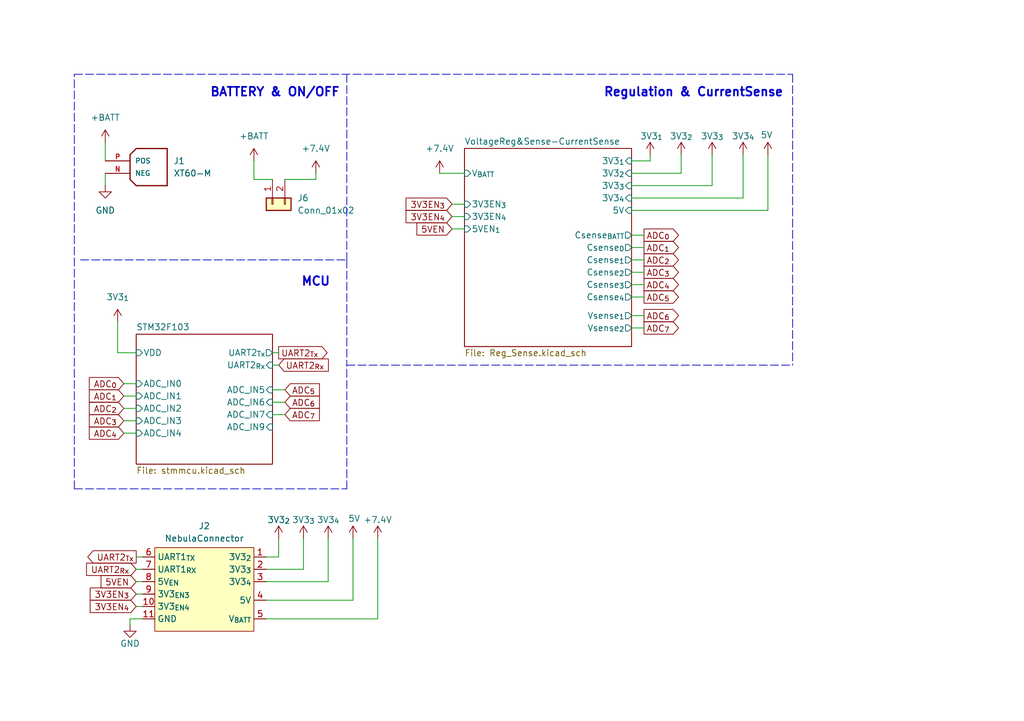
<source format=kicad_sch>
(kicad_sch (version 20250114) (generator "eeschema") (generator_version "9.0")
  (paper "A5")
  (lib_symbols
    (symbol "CompVuelo:GeneralConn"
      (property "Reference" "J" (at -9.652 10.668 0))
      (property "Value" "NebulaConnector" (at -2.032 8.382 0))
      (symbol "GeneralConn_1_1"
        (rectangle (start -10.16 6.985) (end 10.16 -10.16) (fill (type background)))
        (pin bidirectional line (at -12.7 5.08 0) (length 2.54) (name "UART1_{TX}") (number "6"))
        (pin bidirectional line (at -12.7 2.54 0) (length 2.54) (name "UART1_{RX}") (number "7"))
        (pin bidirectional line (at -12.7 0 0) (length 2.54) (name "5V_{EN}") (number "8"))
        (pin bidirectional line (at -12.7 -2.54 0) (length 2.54) (name "3V3_{EN3}") (number "9"))
        (pin bidirectional line (at -12.7 -5.08 0) (length 2.54) (name "3V3_{EN4}") (number "10"))
        (pin passive line (at -12.7 -7.62 0) (length 2.54) (name "GND") (number "11"))
        (pin bidirectional line (at 12.7 5.08 180) (length 2.54) (name "3V3_{2}") (number "1"))
        (pin bidirectional line (at 12.7 2.54 180) (length 2.54) (name "3V3_{3}") (number "2"))
        (pin bidirectional line (at 12.7 0 180) (length 2.54) (name "3V3_{4}") (number "3"))
        (pin bidirectional line (at 12.7 -3.81 180) (length 2.54) (name "5V") (number "4"))
        (pin power_in line (at 12.7 -7.62 180) (length 2.54) (name "V_{BATT}") (number "5"))
      )
    )
    (symbol "CompVuelo:XT60-M" (pin_names (offset 1.016))
      (property "Reference" "J" (at 0 6.35 0))
      (property "Value" "XT60-M" (at 0 -5.08 0))
      (symbol "XT60-M_0_0"
        (polyline (pts (xy 0 3.81) (xy 0 2.54)) (stroke (width 0.254)))
        (polyline (pts (xy 0 3.81) (xy 1.27 5.08)) (stroke (width 0.254)))
        (polyline (pts (xy 0 2.54) (xy 0 -1.27)) (stroke (width 0.254)))
        (polyline (pts (xy 0 -1.27) (xy 1.27 -2.54)) (stroke (width 0.254)))
        (polyline (pts (xy 1.27 -2.54) (xy 7.62 -2.54)) (stroke (width 0.254)))
        (polyline (pts (xy 7.62 5.08) (xy 1.27 5.08)) (stroke (width 0.254)))
        (polyline (pts (xy 7.62 -2.54) (xy 7.62 5.08)) (stroke (width 0.254)))
        (pin passive line (at -5.08 2.54 0) (length 5.08) (name "POS") (number "P"))
        (pin passive line (at -5.08 0 0) (length 5.08) (name "NEG") (number "N"))
      )
    )
    (symbol "Connector_Generic:Conn_01x02" (pin_names (offset 1.016) (hide yes))
      (property "Reference" "J" (at 0 2.54 0))
      (property "Value" "Conn_01x02" (at 0 -5.08 0))
      (symbol "Conn_01x02_1_1"
        (rectangle (start -1.27 1.27) (end 1.27 -3.81) (stroke (width 0.254)) (fill (type background)))
        (rectangle (start -1.27 0.127) (end 0 -0.127) (stroke (width 0.1524)))
        (rectangle (start -1.27 -2.413) (end 0 -2.667) (stroke (width 0.1524)))
        (pin passive line (at -5.08 0 0) (length 3.81) (name "Pin_1") (number "1"))
        (pin passive line (at -5.08 -2.54 0) (length 3.81) (name "Pin_2") (number "2"))
      )
    )
    (symbol "power:+5V" (power) (pin_numbers (hide yes)) (pin_names (offset 0) (hide yes))
      (property "Value" "+5V" (at 0 3.556 0))
      (symbol "+5V_0_1"
        (polyline (pts (xy -0.762 1.27) (xy 0 2.54)))
        (polyline (pts (xy 0 2.54) (xy 0.762 1.27)))
        (polyline (pts (xy 0 0) (xy 0 2.54)))
      )
      (symbol "+5V_1_1"
        (pin power_in line (at 0 0 90) (length 0) (name "~") (number "1"))
      )
    )
    (symbol "power:+7.5V" (power) (pin_numbers (hide yes)) (pin_names (offset 0) (hide yes))
      (property "Value" "+7.5V" (at 0 3.556 0))
      (symbol "+7.5V_0_1"
        (polyline (pts (xy -0.762 1.27) (xy 0 2.54)))
        (polyline (pts (xy 0 2.54) (xy 0.762 1.27)))
        (polyline (pts (xy 0 0) (xy 0 2.54)))
      )
      (symbol "+7.5V_1_1"
        (pin power_in line (at 0 0 90) (length 0) (name "~") (number "1"))
      )
    )
    (symbol "power:+BATT" (power) (pin_numbers (hide yes)) (pin_names (offset 0) (hide yes))
      (property "Value" "+BATT" (at 0 3.556 0))
      (symbol "+BATT_0_1"
        (polyline (pts (xy -0.762 1.27) (xy 0 2.54)))
        (polyline (pts (xy 0 2.54) (xy 0.762 1.27)))
        (polyline (pts (xy 0 0) (xy 0 2.54)))
      )
      (symbol "+BATT_1_1"
        (pin power_in line (at 0 0 90) (length 0) (name "~") (number "1"))
      )
    )
    (symbol "power:GND" (power) (pin_numbers (hide yes)) (pin_names (offset 0) (hide yes))
      (property "Value" "GND" (at 0 -3.81 0))
      (symbol "GND_0_1"
        (polyline (pts (xy 0 0) (xy 0 -1.27) (xy 1.27 -1.27) (xy 0 -2.54) (xy -1.27 -1.27) (xy 0 -1.27)))
      )
      (symbol "GND_1_1"
        (pin power_in line (at 0 0 270) (length 0) (name "~") (number "1"))
      )
    )
  )
  (text "MCU\n" (at 64.77 57.912 0) (effects (font (size 1.778 1.778) (thickness 0.3556) (bold yes))))
  (text "Regulation & CurrentSense" (at 142.24 19.05 0) (effects (font (size 1.778 1.778) (thickness 0.3556) (bold yes))))
  (text "BATTERY & ON/OFF" (at 56.388 19.05 0) (effects (font (size 1.778 1.778) (thickness 0.3556) (bold yes))))
  (polyline (pts (xy 16.51 53.34) (xy 71.12 53.34)) (stroke (width 0) (type dash)))
  (wire (pts (xy 26.67 127) (xy 29.21 127)))
  (wire (pts (xy 54.61 123.19) (xy 72.39 123.19)))
  (polyline (pts (xy 15.24 100.33) (xy 15.24 15.24)) (stroke (width 0) (type dash)))
  (wire (pts (xy 21.59 29.21) (xy 21.59 33.02)))
  (wire (pts (xy 132.08 67.31) (xy 129.54 67.31)))
  (wire (pts (xy 52.07 36.83) (xy 55.88 36.83)))
  (polyline (pts (xy 71.12 100.33) (xy 71.12 74.93)) (stroke (width 0) (type dash)))
  (wire (pts (xy 24.13 72.39) (xy 24.13 66.04)))
  (wire (pts (xy 57.15 74.93) (xy 55.88 74.93)))
  (wire (pts (xy 132.08 58.42) (xy 129.54 58.42)))
  (wire (pts (xy 132.08 48.26) (xy 129.54 48.26)))
  (wire (pts (xy 129.54 35.56) (xy 139.7 35.56)))
  (wire (pts (xy 129.54 43.18) (xy 157.48 43.18)))
  (wire (pts (xy 58.42 85.09) (xy 55.88 85.09)))
  (wire (pts (xy 77.47 110.49) (xy 77.47 127)))
  (wire (pts (xy 92.71 41.91) (xy 95.25 41.91)))
  (wire (pts (xy 67.31 119.38) (xy 67.31 110.49)))
  (wire (pts (xy 58.42 80.01) (xy 55.88 80.01)))
  (wire (pts (xy 54.61 119.38) (xy 67.31 119.38)))
  (wire (pts (xy 25.4 88.9) (xy 27.94 88.9)))
  (wire (pts (xy 132.08 55.88) (xy 129.54 55.88)))
  (polyline (pts (xy 71.12 74.93) (xy 162.56 74.93)) (stroke (width 0) (type dash)))
  (wire (pts (xy 52.07 33.02) (xy 52.07 36.83)))
  (wire (pts (xy 58.42 36.83) (xy 64.77 36.83)))
  (wire (pts (xy 64.77 35.56) (xy 64.77 36.83)))
  (wire (pts (xy 129.54 40.64) (xy 152.4 40.64)))
  (wire (pts (xy 133.35 33.02) (xy 133.35 31.75)))
  (wire (pts (xy 129.54 38.1) (xy 146.05 38.1)))
  (wire (pts (xy 132.08 53.34) (xy 129.54 53.34)))
  (wire (pts (xy 54.61 116.84) (xy 62.23 116.84)))
  (wire (pts (xy 25.4 81.28) (xy 27.94 81.28)))
  (wire (pts (xy 72.39 110.49) (xy 72.39 123.19)))
  (wire (pts (xy 57.15 110.49) (xy 57.15 114.3)))
  (wire (pts (xy 27.94 116.84) (xy 29.21 116.84)))
  (wire (pts (xy 77.47 127) (xy 54.61 127)))
  (wire (pts (xy 146.05 38.1) (xy 146.05 31.75)))
  (wire (pts (xy 27.94 124.46) (xy 29.21 124.46)))
  (wire (pts (xy 57.15 72.39) (xy 55.88 72.39)))
  (wire (pts (xy 132.08 60.96) (xy 129.54 60.96)))
  (wire (pts (xy 25.4 78.74) (xy 27.94 78.74)))
  (wire (pts (xy 92.71 44.45) (xy 95.25 44.45)))
  (wire (pts (xy 27.94 121.92) (xy 29.21 121.92)))
  (wire (pts (xy 152.4 40.64) (xy 152.4 31.75)))
  (polyline (pts (xy 15.24 100.33) (xy 71.12 100.33)) (stroke (width 0) (type dash)))
  (wire (pts (xy 157.48 43.18) (xy 157.48 31.75)))
  (wire (pts (xy 57.15 114.3) (xy 54.61 114.3)))
  (wire (pts (xy 25.4 83.82) (xy 27.94 83.82)))
  (wire (pts (xy 58.42 82.55) (xy 55.88 82.55)))
  (wire (pts (xy 132.08 64.77) (xy 129.54 64.77)))
  (polyline (pts (xy 71.12 15.24) (xy 71.12 53.34)) (stroke (width 0) (type dash)))
  (wire (pts (xy 139.7 35.56) (xy 139.7 31.75)))
  (wire (pts (xy 25.4 86.36) (xy 27.94 86.36)))
  (wire (pts (xy 26.67 128.27) (xy 26.67 127)))
  (wire (pts (xy 27.94 119.38) (xy 29.21 119.38)))
  (polyline (pts (xy 71.12 53.34) (xy 71.12 74.93)) (stroke (width 0) (type dash)))
  (polyline (pts (xy 12.7 166.37) (xy 222.25 166.37)) (stroke (width 0.381) (type dash)))
  (wire (pts (xy 24.13 72.39) (xy 27.94 72.39)))
  (polyline (pts (xy 15.24 15.24) (xy 162.56 15.24)) (stroke (width 0) (type dash)))
  (polyline (pts (xy 162.56 15.24) (xy 162.56 74.93)) (stroke (width 0) (type dash)))
  (wire (pts (xy 27.94 114.3) (xy 29.21 114.3)))
  (wire (pts (xy 92.71 46.99) (xy 95.25 46.99)))
  (wire (pts (xy 90.17 35.56) (xy 95.25 35.56)))
  (wire (pts (xy 62.23 110.49) (xy 62.23 116.84)))
  (wire (pts (xy 21.59 35.56) (xy 21.59 38.1)))
  (wire (pts (xy 132.08 50.8) (xy 129.54 50.8)))
  (wire (pts (xy 129.54 33.02) (xy 133.35 33.02)))
  (global_label "UART2_{Tx}" (shape output) (at 27.94 114.3 180) (property "Intersheetrefs" "${INTERSHEET_REFS}" (effects (hide yes))))
  (global_label "UART2_{Rx}" (shape input) (at 57.15 74.93 0) (property "Intersheetrefs" "${INTERSHEET_REFS}" (effects (hide yes))))
  (global_label "3V3EN_{4}" (shape input) (at 92.71 44.45 180) (property "Intersheetrefs" "${INTERSHEET_REFS}" (effects (hide yes))))
  (global_label "ADC_{5}" (shape output) (at 132.08 60.96 0) (property "Intersheetrefs" "${INTERSHEET_REFS}" (effects (hide yes))))
  (global_label "ADC_{4}" (shape input) (at 25.4 88.9 180) (property "Intersheetrefs" "${INTERSHEET_REFS}" (effects (hide yes))))
  (global_label "ADC_{3}" (shape input) (at 25.4 86.36 180) (property "Intersheetrefs" "${INTERSHEET_REFS}" (effects (hide yes))))
  (global_label "ADC_{6}" (shape input) (at 58.42 82.55 0) (property "Intersheetrefs" "${INTERSHEET_REFS}" (effects (hide yes))))
  (global_label "ADC_{1}" (shape input) (at 25.4 81.28 180) (property "Intersheetrefs" "${INTERSHEET_REFS}" (effects (hide yes))))
  (global_label "UART2_{Rx}" (shape input) (at 27.94 116.84 180) (property "Intersheetrefs" "${INTERSHEET_REFS}" (effects (hide yes))))
  (global_label "ADC_{1}" (shape output) (at 132.08 50.8 0) (property "Intersheetrefs" "${INTERSHEET_REFS}" (effects (hide yes))))
  (global_label "ADC_{5}" (shape input) (at 58.42 80.01 0) (property "Intersheetrefs" "${INTERSHEET_REFS}" (effects (hide yes))))
  (global_label "UART2_{Tx}" (shape output) (at 57.15 72.39 0) (property "Intersheetrefs" "${INTERSHEET_REFS}" (effects (hide yes))))
  (global_label "ADC_{3}" (shape output) (at 132.08 55.88 0) (property "Intersheetrefs" "${INTERSHEET_REFS}" (effects (hide yes))))
  (global_label "ADC_{6}" (shape output) (at 132.08 64.77 0) (property "Intersheetrefs" "${INTERSHEET_REFS}" (effects (hide yes))))
  (global_label "ADC_{7}" (shape output) (at 132.08 67.31 0) (property "Intersheetrefs" "${INTERSHEET_REFS}" (effects (hide yes))))
  (global_label "ADC_{7}" (shape input) (at 58.42 85.09 0) (property "Intersheetrefs" "${INTERSHEET_REFS}" (effects (hide yes))))
  (global_label "3V3EN_{3}" (shape input) (at 92.71 41.91 180) (property "Intersheetrefs" "${INTERSHEET_REFS}" (effects (hide yes))))
  (global_label "5VEN" (shape input) (at 92.71 46.99 180) (property "Intersheetrefs" "${INTERSHEET_REFS}" (effects (hide yes))))
  (global_label "ADC_{0}" (shape output) (at 132.08 48.26 0) (property "Intersheetrefs" "${INTERSHEET_REFS}" (effects (hide yes))))
  (global_label "3V3EN_{3}" (shape input) (at 27.94 121.92 180) (property "Intersheetrefs" "${INTERSHEET_REFS}" (effects (hide yes))))
  (global_label "ADC_{4}" (shape output) (at 132.08 58.42 0) (property "Intersheetrefs" "${INTERSHEET_REFS}" (effects (hide yes))))
  (global_label "5VEN" (shape input) (at 27.94 119.38 180) (property "Intersheetrefs" "${INTERSHEET_REFS}" (effects (hide yes))))
  (global_label "ADC_{2}" (shape input) (at 25.4 83.82 180) (property "Intersheetrefs" "${INTERSHEET_REFS}" (effects (hide yes))))
  (global_label "ADC_{2}" (shape output) (at 132.08 53.34 0) (property "Intersheetrefs" "${INTERSHEET_REFS}" (effects (hide yes))))
  (global_label "ADC_{0}" (shape input) (at 25.4 78.74 180) (property "Intersheetrefs" "${INTERSHEET_REFS}" (effects (hide yes))))
  (global_label "3V3EN_{4}" (shape input) (at 27.94 124.46 180) (property "Intersheetrefs" "${INTERSHEET_REFS}" (effects (hide yes))))
  (symbol (lib_id "power:+7.5V") (at 24.13 66.04 0) (unit 1)
    (property "Reference" "#PWR01" (effects (hide yes)))
    (property "Value" "3V3_{1}" (at 24.13 60.96 0))
    (property "Description" "Power symbol creates a global label with name \"+7.5V\"" (effects (hide yes)))
  )
  (symbol (lib_id "power:GND") (at 26.67 128.27 0) (unit 1)
    (property "Reference" "#PWR02" (effects (hide yes)))
    (property "Value" "GND" (at 26.67 132.08 0))
    (property "Description" "Power symbol creates a global label with name \"GND\" , ground" (effects (hide yes)))
  )
  (symbol (lib_id "power:+7.5V") (at 57.15 110.49 0) (mirror y) (unit 1)
    (property "Reference" "#PWR06" (effects (hide yes)))
    (property "Value" "3V3_{2}" (at 57.15 106.68 0))
    (property "Description" "Power symbol creates a global label with name \"+7.5V\"" (effects (hide yes)))
  )
  (symbol (lib_id "power:+7.5V") (at 90.17 35.56 0) (unit 1)
    (property "Reference" "#PWR012" (effects (hide yes)))
    (property "Value" "+7.4V" (at 90.17 30.48 0))
    (property "Description" "Power symbol creates a global label with name \"+7.5V\"" (effects (hide yes)))
  )
  (symbol (lib_id "power:+7.5V") (at 139.7 31.75 0) (unit 1)
    (property "Reference" "#PWR014" (effects (hide yes)))
    (property "Value" "3V3_{2}" (at 139.7 27.94 0))
    (property "Description" "Power symbol creates a global label with name \"+7.5V\"" (effects (hide yes)))
  )
  (symbol (lib_id "power:+7.5V") (at 62.23 110.49 0) (mirror y) (unit 1)
    (property "Reference" "#PWR07" (effects (hide yes)))
    (property "Value" "3V3_{3}" (at 62.23 106.68 0))
    (property "Description" "Power symbol creates a global label with name \"+7.5V\"" (effects (hide yes)))
  )
  (symbol (lib_id "CompVuelo:XT60-M") (at 26.67 35.56 0) (unit 1)
    (property "Reference" "J1" (at 35.56 33.0199 0) (effects (justify left)))
    (property "Value" "XT60-M" (at 35.56 35.5599 0) (effects (justify left)))
    (property "Footprint" "CompVuelo:AMASS_XT60-M" (effects (hide yes)))
  )
  (symbol (lib_id "power:+7.5V") (at 152.4 31.75 0) (unit 1)
    (property "Reference" "#PWR016" (effects (hide yes)))
    (property "Value" "3V3_{4}" (at 152.4 27.94 0))
    (property "Description" "Power symbol creates a global label with name \"+7.5V\"" (effects (hide yes)))
  )
  (symbol (lib_id "power:+7.5V") (at 77.47 110.49 0) (unit 1)
    (property "Reference" "#PWR011" (effects (hide yes)))
    (property "Value" "+7.4V" (at 77.47 106.68 0))
    (property "Description" "Power symbol creates a global label with name \"+7.5V\"" (effects (hide yes)))
  )
  (symbol (lib_id "power:+7.5V") (at 146.05 31.75 0) (unit 1)
    (property "Reference" "#PWR015" (effects (hide yes)))
    (property "Value" "3V3_{3}" (at 146.05 27.94 0))
    (property "Description" "Power symbol creates a global label with name \"+7.5V\"" (effects (hide yes)))
  )
  (symbol (lib_id "power:+7.5V") (at 133.35 31.75 0) (unit 1)
    (property "Reference" "#PWR013" (effects (hide yes)))
    (property "Value" "3V3_{1}" (at 133.604 27.94 0))
    (property "Description" "Power symbol creates a global label with name \"+7.5V\"" (effects (hide yes)))
  )
  (symbol (lib_id "Connector_Generic:Conn_01x02") (at 55.88 41.91 90) (mirror x) (unit 1)
    (property "Reference" "J6" (at 60.96 40.6399 90) (effects (justify right)))
    (property "Value" "Conn_01x02" (at 60.96 43.1799 90) (effects (justify right)))
    (property "Description" "Generic connector, single row, 01x02, script generated (kicad-library-utils/schlib/autogen/connector/)" (effects (hide yes)))
  )
  (symbol (lib_id "power:+BATT") (at 21.59 29.21 0) (unit 1)
    (property "Reference" "#PWR03" (effects (hide yes)))
    (property "Value" "+BATT" (at 21.59 24.13 0))
    (property "Description" "Power symbol creates a global label with name \"+BATT\"" (effects (hide yes)))
  )
  (symbol (lib_id "power:GND") (at 21.59 38.1 0) (unit 1)
    (property "Reference" "#PWR04" (effects (hide yes)))
    (property "Value" "GND" (at 21.59 43.18 0))
    (property "Description" "Power symbol creates a global label with name \"GND\" , ground" (effects (hide yes)))
  )
  (symbol (lib_id "power:+5V") (at 157.48 31.75 0) (unit 1)
    (property "Reference" "#PWR017" (effects (hide yes)))
    (property "Value" "5V" (at 157.226 27.686 0))
    (property "Description" "Power symbol creates a global label with name \"+5V\"" (effects (hide yes)))
  )
  (symbol (lib_id "CompVuelo:GeneralConn") (at 41.91 119.38 0) (unit 1)
    (property "Reference" "J2" (at 41.91 107.95 0))
    (property "Value" "NebulaConnector" (at 41.91 110.49 0))
    (property "Footprint" "CompVuelo:GeneralConn" (effects (hide yes)))
    (property "Description" "GeneralConnector for CompVueloNebula" (effects (hide yes)))
  )
  (symbol (lib_id "power:+7.5V") (at 67.31 110.49 0) (mirror y) (unit 1)
    (property "Reference" "#PWR09" (effects (hide yes)))
    (property "Value" "3V3_{4}" (at 67.31 106.68 0))
    (property "Description" "Power symbol creates a global label with name \"+7.5V\"" (effects (hide yes)))
  )
  (symbol (lib_id "power:+7.5V") (at 64.77 35.56 0) (unit 1)
    (property "Reference" "#PWR08" (effects (hide yes)))
    (property "Value" "+7.4V" (at 64.77 30.48 0))
    (property "Description" "Power symbol creates a global label with name \"+7.5V\"" (effects (hide yes)))
  )
  (symbol (lib_id "power:+5V") (at 72.39 110.49 0) (mirror y) (unit 1)
    (property "Reference" "#PWR010" (effects (hide yes)))
    (property "Value" "5V" (at 72.644 106.426 0))
    (property "Description" "Power symbol creates a global label with name \"+5V\"" (effects (hide yes)))
  )
  (symbol (lib_id "power:+BATT") (at 52.07 33.02 0) (unit 1)
    (property "Reference" "#PWR05" (effects (hide yes)))
    (property "Value" "+BATT" (at 52.07 27.94 0))
    (property "Description" "Power symbol creates a global label with name \"+BATT\"" (effects (hide yes)))
  )
  (sheet (at 95.25 30.48) (size 34.29 40.64) (stroke (width 0.1524))
    (property "Sheetname" "VoltageReg&Sense-CurrentSense" (at 95.25 29.7684 0) (effects (justify left bottom)))
    (property "Sheetfile" "Reg_Sense.kicad_sch" (at 95.25 71.7046 0) (effects (justify left top)))
    (pin "3V3_{1}" input (at 129.54 33.02 0))
    (pin "3V3_{2}" input (at 129.54 35.56 0))
    (pin "3V3_{3}" input (at 129.54 38.1 0))
    (pin "3V3_{4}" input (at 129.54 40.64 0))
    (pin "5V" input (at 129.54 43.18 0))
    (pin "5VEN_{1}" input (at 95.25 46.99 180))
    (pin "V_{BATT}" input (at 95.25 35.56 180))
    (pin "Csense_{0}" output (at 129.54 50.8 0))
    (pin "Csense_{1}" output (at 129.54 53.34 0))
    (pin "Csense_{2}" output (at 129.54 55.88 0))
    (pin "Csense_{3}" output (at 129.54 58.42 0))
    (pin "Csense_{4}" output (at 129.54 60.96 0))
    (pin "Csense_{BATT}" output (at 129.54 48.26 0))
    (pin "Vsense_{1}" output (at 129.54 64.77 0))
    (pin "Vsense_{2}" output (at 129.54 67.31 0))
    (pin "3V3EN_{3}" input (at 95.25 41.91 180))
    (pin "3V3EN_{4}" input (at 95.25 44.45 180))
  )
  (sheet (at 27.94 68.58) (size 27.94 26.67) (stroke (width 0.1524))
    (property "Sheetname" "STM32F103" (at 27.94 67.8684 0) (effects (justify left bottom)))
    (property "Sheetfile" "stmmcu.kicad_sch" (at 27.94 95.8346 0) (effects (justify left top)))
    (pin "ADC_IN0" input (at 27.94 78.74 180))
    (pin "ADC_IN1" input (at 27.94 81.28 180))
    (pin "ADC_IN2" input (at 27.94 83.82 180))
    (pin "ADC_IN3" input (at 27.94 86.36 180))
    (pin "ADC_IN9" input (at 55.88 87.63 0))
    (pin "VDD" input (at 27.94 72.39 180))
    (pin "ADC_IN4" input (at 27.94 88.9 180))
    (pin "ADC_IN5" input (at 55.88 80.01 0))
    (pin "ADC_IN6" input (at 55.88 82.55 0))
    (pin "ADC_IN7" input (at 55.88 85.09 0))
    (pin "UART2_{Tx}" output (at 55.88 72.39 0))
    (pin "UART2_{Rx}" input (at 55.88 74.93 0))
  )
)
</source>
